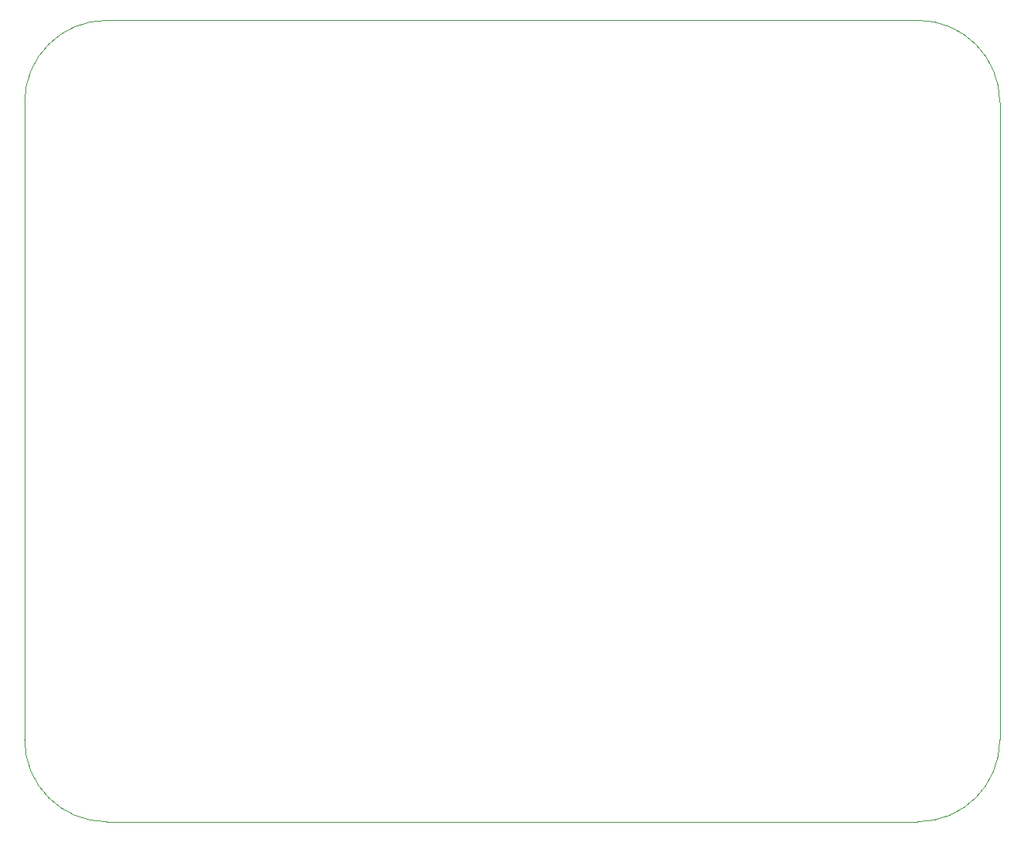
<source format=gbr>
%TF.GenerationSoftware,KiCad,Pcbnew,(5.1.10)-1*%
%TF.CreationDate,2021-07-19T17:08:21-04:00*%
%TF.ProjectId,gps-testing-board,6770732d-7465-4737-9469-6e672d626f61,rev?*%
%TF.SameCoordinates,Original*%
%TF.FileFunction,Legend,Bot*%
%TF.FilePolarity,Positive*%
%FSLAX46Y46*%
G04 Gerber Fmt 4.6, Leading zero omitted, Abs format (unit mm)*
G04 Created by KiCad (PCBNEW (5.1.10)-1) date 2021-07-19 17:08:21*
%MOMM*%
%LPD*%
G01*
G04 APERTURE LIST*
%TA.AperFunction,Profile*%
%ADD10C,0.050000*%
%TD*%
G04 APERTURE END LIST*
D10*
X111000000Y-150000000D02*
G75*
G02*
X102000000Y-141000000I0J9000000D01*
G01*
X209000000Y-141000000D02*
G75*
G02*
X200000000Y-150000000I-9000000J0D01*
G01*
X200000000Y-62000000D02*
G75*
G02*
X209000000Y-71000000I0J-9000000D01*
G01*
X111000000Y-150000000D02*
X200000000Y-150000000D01*
X209000000Y-71000000D02*
X209000000Y-141000000D01*
X102000000Y-71000000D02*
G75*
G02*
X111000000Y-62000000I9000000J0D01*
G01*
X111000000Y-62000000D02*
X200000000Y-62000000D01*
X102000000Y-71000000D02*
X102000000Y-141000000D01*
M02*

</source>
